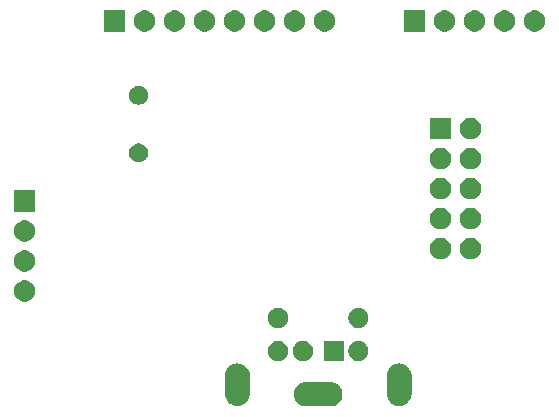
<source format=gbr>
G04 #@! TF.GenerationSoftware,KiCad,Pcbnew,(5.1.5-0-10_14)*
G04 #@! TF.CreationDate,2020-06-06T08:29:19+02:00*
G04 #@! TF.ProjectId,ps2zx,7073327a-782e-46b6-9963-61645f706362,rev?*
G04 #@! TF.SameCoordinates,Original*
G04 #@! TF.FileFunction,Soldermask,Bot*
G04 #@! TF.FilePolarity,Negative*
%FSLAX46Y46*%
G04 Gerber Fmt 4.6, Leading zero omitted, Abs format (unit mm)*
G04 Created by KiCad (PCBNEW (5.1.5-0-10_14)) date 2020-06-06 08:29:19*
%MOMM*%
%LPD*%
G04 APERTURE LIST*
%ADD10C,0.100000*%
G04 APERTURE END LIST*
D10*
G36*
X165665097Y-119444069D02*
G01*
X165768032Y-119454207D01*
X165966146Y-119514305D01*
X165966149Y-119514306D01*
X166062975Y-119566061D01*
X166148729Y-119611897D01*
X166308765Y-119743235D01*
X166440103Y-119903271D01*
X166485939Y-119989025D01*
X166537694Y-120085851D01*
X166537695Y-120085854D01*
X166597793Y-120283968D01*
X166618085Y-120490000D01*
X166597793Y-120696032D01*
X166537695Y-120894146D01*
X166537694Y-120894149D01*
X166485939Y-120990975D01*
X166440103Y-121076729D01*
X166308765Y-121236765D01*
X166148729Y-121368103D01*
X166062975Y-121413939D01*
X165966149Y-121465694D01*
X165966146Y-121465695D01*
X165768032Y-121525793D01*
X165665097Y-121535931D01*
X165613631Y-121541000D01*
X163510369Y-121541000D01*
X163458903Y-121535931D01*
X163355968Y-121525793D01*
X163157854Y-121465695D01*
X163157851Y-121465694D01*
X163061025Y-121413939D01*
X162975271Y-121368103D01*
X162815235Y-121236765D01*
X162683897Y-121076729D01*
X162638061Y-120990975D01*
X162586306Y-120894149D01*
X162586305Y-120894146D01*
X162526207Y-120696032D01*
X162505915Y-120490000D01*
X162526207Y-120283968D01*
X162586305Y-120085854D01*
X162586306Y-120085851D01*
X162638061Y-119989025D01*
X162683897Y-119903271D01*
X162815235Y-119743235D01*
X162975271Y-119611897D01*
X163061025Y-119566061D01*
X163157851Y-119514306D01*
X163157854Y-119514305D01*
X163355968Y-119454207D01*
X163458903Y-119444069D01*
X163510369Y-119439000D01*
X165613631Y-119439000D01*
X165665097Y-119444069D01*
G37*
G36*
X171618031Y-117904207D02*
G01*
X171816145Y-117964305D01*
X171816148Y-117964306D01*
X171882030Y-117999521D01*
X171998729Y-118061897D01*
X172158765Y-118193235D01*
X172290103Y-118353271D01*
X172290104Y-118353273D01*
X172387694Y-118535851D01*
X172387694Y-118535852D01*
X172387695Y-118535854D01*
X172447793Y-118733968D01*
X172463000Y-118888370D01*
X172463000Y-120491630D01*
X172447793Y-120646032D01*
X172432626Y-120696030D01*
X172387694Y-120844149D01*
X172360970Y-120894146D01*
X172290103Y-121026729D01*
X172158765Y-121186765D01*
X171998729Y-121318103D01*
X171912975Y-121363939D01*
X171816149Y-121415694D01*
X171816146Y-121415695D01*
X171618032Y-121475793D01*
X171412000Y-121496085D01*
X171205969Y-121475793D01*
X171007855Y-121415695D01*
X171007852Y-121415694D01*
X170911026Y-121363939D01*
X170825272Y-121318103D01*
X170665236Y-121186765D01*
X170533898Y-121026729D01*
X170499904Y-120963130D01*
X170436305Y-120844146D01*
X170376207Y-120646033D01*
X170361000Y-120491631D01*
X170361000Y-118888370D01*
X170376207Y-118733971D01*
X170376207Y-118733969D01*
X170436305Y-118535855D01*
X170436306Y-118535852D01*
X170471521Y-118469970D01*
X170533897Y-118353271D01*
X170665235Y-118193235D01*
X170825271Y-118061897D01*
X170911025Y-118016061D01*
X171007851Y-117964306D01*
X171007854Y-117964305D01*
X171205968Y-117904207D01*
X171412000Y-117883915D01*
X171618031Y-117904207D01*
G37*
G36*
X157918031Y-117904207D02*
G01*
X158116145Y-117964305D01*
X158116148Y-117964306D01*
X158182030Y-117999521D01*
X158298729Y-118061897D01*
X158458765Y-118193235D01*
X158590103Y-118353271D01*
X158590104Y-118353273D01*
X158687694Y-118535851D01*
X158687694Y-118535852D01*
X158687695Y-118535854D01*
X158747793Y-118733968D01*
X158763000Y-118888370D01*
X158763000Y-120491630D01*
X158747793Y-120646032D01*
X158732626Y-120696030D01*
X158687694Y-120844149D01*
X158660970Y-120894146D01*
X158590103Y-121026729D01*
X158458765Y-121186765D01*
X158298729Y-121318103D01*
X158212975Y-121363939D01*
X158116149Y-121415694D01*
X158116146Y-121415695D01*
X157918032Y-121475793D01*
X157712000Y-121496085D01*
X157505969Y-121475793D01*
X157307855Y-121415695D01*
X157307852Y-121415694D01*
X157211026Y-121363939D01*
X157125272Y-121318103D01*
X156965236Y-121186765D01*
X156833898Y-121026729D01*
X156799904Y-120963130D01*
X156736305Y-120844146D01*
X156676207Y-120646033D01*
X156661000Y-120491631D01*
X156661000Y-118888370D01*
X156676207Y-118733971D01*
X156676207Y-118733969D01*
X156736305Y-118535855D01*
X156736306Y-118535852D01*
X156771521Y-118469970D01*
X156833897Y-118353271D01*
X156965235Y-118193235D01*
X157125271Y-118061897D01*
X157211025Y-118016061D01*
X157307851Y-117964306D01*
X157307854Y-117964305D01*
X157505968Y-117904207D01*
X157712000Y-117883915D01*
X157918031Y-117904207D01*
G37*
G36*
X161410228Y-116021703D02*
G01*
X161565100Y-116085853D01*
X161704481Y-116178985D01*
X161823015Y-116297519D01*
X161916147Y-116436900D01*
X161980297Y-116591772D01*
X162013000Y-116756184D01*
X162013000Y-116923816D01*
X161980297Y-117088228D01*
X161916147Y-117243100D01*
X161823015Y-117382481D01*
X161704481Y-117501015D01*
X161565100Y-117594147D01*
X161410228Y-117658297D01*
X161245816Y-117691000D01*
X161078184Y-117691000D01*
X160913772Y-117658297D01*
X160758900Y-117594147D01*
X160619519Y-117501015D01*
X160500985Y-117382481D01*
X160407853Y-117243100D01*
X160343703Y-117088228D01*
X160311000Y-116923816D01*
X160311000Y-116756184D01*
X160343703Y-116591772D01*
X160407853Y-116436900D01*
X160500985Y-116297519D01*
X160619519Y-116178985D01*
X160758900Y-116085853D01*
X160913772Y-116021703D01*
X161078184Y-115989000D01*
X161245816Y-115989000D01*
X161410228Y-116021703D01*
G37*
G36*
X163510228Y-116021703D02*
G01*
X163665100Y-116085853D01*
X163804481Y-116178985D01*
X163923015Y-116297519D01*
X164016147Y-116436900D01*
X164080297Y-116591772D01*
X164113000Y-116756184D01*
X164113000Y-116923816D01*
X164080297Y-117088228D01*
X164016147Y-117243100D01*
X163923015Y-117382481D01*
X163804481Y-117501015D01*
X163665100Y-117594147D01*
X163510228Y-117658297D01*
X163345816Y-117691000D01*
X163178184Y-117691000D01*
X163013772Y-117658297D01*
X162858900Y-117594147D01*
X162719519Y-117501015D01*
X162600985Y-117382481D01*
X162507853Y-117243100D01*
X162443703Y-117088228D01*
X162411000Y-116923816D01*
X162411000Y-116756184D01*
X162443703Y-116591772D01*
X162507853Y-116436900D01*
X162600985Y-116297519D01*
X162719519Y-116178985D01*
X162858900Y-116085853D01*
X163013772Y-116021703D01*
X163178184Y-115989000D01*
X163345816Y-115989000D01*
X163510228Y-116021703D01*
G37*
G36*
X166713000Y-117691000D02*
G01*
X165011000Y-117691000D01*
X165011000Y-115989000D01*
X166713000Y-115989000D01*
X166713000Y-117691000D01*
G37*
G36*
X168210228Y-116021703D02*
G01*
X168365100Y-116085853D01*
X168504481Y-116178985D01*
X168623015Y-116297519D01*
X168716147Y-116436900D01*
X168780297Y-116591772D01*
X168813000Y-116756184D01*
X168813000Y-116923816D01*
X168780297Y-117088228D01*
X168716147Y-117243100D01*
X168623015Y-117382481D01*
X168504481Y-117501015D01*
X168365100Y-117594147D01*
X168210228Y-117658297D01*
X168045816Y-117691000D01*
X167878184Y-117691000D01*
X167713772Y-117658297D01*
X167558900Y-117594147D01*
X167419519Y-117501015D01*
X167300985Y-117382481D01*
X167207853Y-117243100D01*
X167143703Y-117088228D01*
X167111000Y-116923816D01*
X167111000Y-116756184D01*
X167143703Y-116591772D01*
X167207853Y-116436900D01*
X167300985Y-116297519D01*
X167419519Y-116178985D01*
X167558900Y-116085853D01*
X167713772Y-116021703D01*
X167878184Y-115989000D01*
X168045816Y-115989000D01*
X168210228Y-116021703D01*
G37*
G36*
X168210228Y-113221703D02*
G01*
X168365100Y-113285853D01*
X168504481Y-113378985D01*
X168623015Y-113497519D01*
X168716147Y-113636900D01*
X168780297Y-113791772D01*
X168813000Y-113956184D01*
X168813000Y-114123816D01*
X168780297Y-114288228D01*
X168716147Y-114443100D01*
X168623015Y-114582481D01*
X168504481Y-114701015D01*
X168365100Y-114794147D01*
X168210228Y-114858297D01*
X168045816Y-114891000D01*
X167878184Y-114891000D01*
X167713772Y-114858297D01*
X167558900Y-114794147D01*
X167419519Y-114701015D01*
X167300985Y-114582481D01*
X167207853Y-114443100D01*
X167143703Y-114288228D01*
X167111000Y-114123816D01*
X167111000Y-113956184D01*
X167143703Y-113791772D01*
X167207853Y-113636900D01*
X167300985Y-113497519D01*
X167419519Y-113378985D01*
X167558900Y-113285853D01*
X167713772Y-113221703D01*
X167878184Y-113189000D01*
X168045816Y-113189000D01*
X168210228Y-113221703D01*
G37*
G36*
X161410228Y-113221703D02*
G01*
X161565100Y-113285853D01*
X161704481Y-113378985D01*
X161823015Y-113497519D01*
X161916147Y-113636900D01*
X161980297Y-113791772D01*
X162013000Y-113956184D01*
X162013000Y-114123816D01*
X161980297Y-114288228D01*
X161916147Y-114443100D01*
X161823015Y-114582481D01*
X161704481Y-114701015D01*
X161565100Y-114794147D01*
X161410228Y-114858297D01*
X161245816Y-114891000D01*
X161078184Y-114891000D01*
X160913772Y-114858297D01*
X160758900Y-114794147D01*
X160619519Y-114701015D01*
X160500985Y-114582481D01*
X160407853Y-114443100D01*
X160343703Y-114288228D01*
X160311000Y-114123816D01*
X160311000Y-113956184D01*
X160343703Y-113791772D01*
X160407853Y-113636900D01*
X160500985Y-113497519D01*
X160619519Y-113378985D01*
X160758900Y-113285853D01*
X160913772Y-113221703D01*
X161078184Y-113189000D01*
X161245816Y-113189000D01*
X161410228Y-113221703D01*
G37*
G36*
X139813512Y-110863927D02*
G01*
X139962812Y-110893624D01*
X140126784Y-110961544D01*
X140274354Y-111060147D01*
X140399853Y-111185646D01*
X140498456Y-111333216D01*
X140566376Y-111497188D01*
X140601000Y-111671259D01*
X140601000Y-111848741D01*
X140566376Y-112022812D01*
X140498456Y-112186784D01*
X140399853Y-112334354D01*
X140274354Y-112459853D01*
X140126784Y-112558456D01*
X139962812Y-112626376D01*
X139813512Y-112656073D01*
X139788742Y-112661000D01*
X139611258Y-112661000D01*
X139586488Y-112656073D01*
X139437188Y-112626376D01*
X139273216Y-112558456D01*
X139125646Y-112459853D01*
X139000147Y-112334354D01*
X138901544Y-112186784D01*
X138833624Y-112022812D01*
X138799000Y-111848741D01*
X138799000Y-111671259D01*
X138833624Y-111497188D01*
X138901544Y-111333216D01*
X139000147Y-111185646D01*
X139125646Y-111060147D01*
X139273216Y-110961544D01*
X139437188Y-110893624D01*
X139586488Y-110863927D01*
X139611258Y-110859000D01*
X139788742Y-110859000D01*
X139813512Y-110863927D01*
G37*
G36*
X139813512Y-108323927D02*
G01*
X139962812Y-108353624D01*
X140126784Y-108421544D01*
X140274354Y-108520147D01*
X140399853Y-108645646D01*
X140498456Y-108793216D01*
X140566376Y-108957188D01*
X140601000Y-109131259D01*
X140601000Y-109308741D01*
X140566376Y-109482812D01*
X140498456Y-109646784D01*
X140399853Y-109794354D01*
X140274354Y-109919853D01*
X140126784Y-110018456D01*
X139962812Y-110086376D01*
X139813512Y-110116073D01*
X139788742Y-110121000D01*
X139611258Y-110121000D01*
X139586488Y-110116073D01*
X139437188Y-110086376D01*
X139273216Y-110018456D01*
X139125646Y-109919853D01*
X139000147Y-109794354D01*
X138901544Y-109646784D01*
X138833624Y-109482812D01*
X138799000Y-109308741D01*
X138799000Y-109131259D01*
X138833624Y-108957188D01*
X138901544Y-108793216D01*
X139000147Y-108645646D01*
X139125646Y-108520147D01*
X139273216Y-108421544D01*
X139437188Y-108353624D01*
X139586488Y-108323927D01*
X139611258Y-108319000D01*
X139788742Y-108319000D01*
X139813512Y-108323927D01*
G37*
G36*
X175030612Y-107269827D02*
G01*
X175179912Y-107299524D01*
X175343884Y-107367444D01*
X175491454Y-107466047D01*
X175616953Y-107591546D01*
X175715556Y-107739116D01*
X175783476Y-107903088D01*
X175818100Y-108077159D01*
X175818100Y-108254641D01*
X175783476Y-108428712D01*
X175715556Y-108592684D01*
X175616953Y-108740254D01*
X175491454Y-108865753D01*
X175343884Y-108964356D01*
X175179912Y-109032276D01*
X175030612Y-109061973D01*
X175005842Y-109066900D01*
X174828358Y-109066900D01*
X174803588Y-109061973D01*
X174654288Y-109032276D01*
X174490316Y-108964356D01*
X174342746Y-108865753D01*
X174217247Y-108740254D01*
X174118644Y-108592684D01*
X174050724Y-108428712D01*
X174016100Y-108254641D01*
X174016100Y-108077159D01*
X174050724Y-107903088D01*
X174118644Y-107739116D01*
X174217247Y-107591546D01*
X174342746Y-107466047D01*
X174490316Y-107367444D01*
X174654288Y-107299524D01*
X174803588Y-107269827D01*
X174828358Y-107264900D01*
X175005842Y-107264900D01*
X175030612Y-107269827D01*
G37*
G36*
X177570612Y-107269827D02*
G01*
X177719912Y-107299524D01*
X177883884Y-107367444D01*
X178031454Y-107466047D01*
X178156953Y-107591546D01*
X178255556Y-107739116D01*
X178323476Y-107903088D01*
X178358100Y-108077159D01*
X178358100Y-108254641D01*
X178323476Y-108428712D01*
X178255556Y-108592684D01*
X178156953Y-108740254D01*
X178031454Y-108865753D01*
X177883884Y-108964356D01*
X177719912Y-109032276D01*
X177570612Y-109061973D01*
X177545842Y-109066900D01*
X177368358Y-109066900D01*
X177343588Y-109061973D01*
X177194288Y-109032276D01*
X177030316Y-108964356D01*
X176882746Y-108865753D01*
X176757247Y-108740254D01*
X176658644Y-108592684D01*
X176590724Y-108428712D01*
X176556100Y-108254641D01*
X176556100Y-108077159D01*
X176590724Y-107903088D01*
X176658644Y-107739116D01*
X176757247Y-107591546D01*
X176882746Y-107466047D01*
X177030316Y-107367444D01*
X177194288Y-107299524D01*
X177343588Y-107269827D01*
X177368358Y-107264900D01*
X177545842Y-107264900D01*
X177570612Y-107269827D01*
G37*
G36*
X139813512Y-105783927D02*
G01*
X139962812Y-105813624D01*
X140126784Y-105881544D01*
X140274354Y-105980147D01*
X140399853Y-106105646D01*
X140498456Y-106253216D01*
X140566376Y-106417188D01*
X140601000Y-106591259D01*
X140601000Y-106768741D01*
X140566376Y-106942812D01*
X140498456Y-107106784D01*
X140399853Y-107254354D01*
X140274354Y-107379853D01*
X140126784Y-107478456D01*
X139962812Y-107546376D01*
X139813512Y-107576073D01*
X139788742Y-107581000D01*
X139611258Y-107581000D01*
X139586488Y-107576073D01*
X139437188Y-107546376D01*
X139273216Y-107478456D01*
X139125646Y-107379853D01*
X139000147Y-107254354D01*
X138901544Y-107106784D01*
X138833624Y-106942812D01*
X138799000Y-106768741D01*
X138799000Y-106591259D01*
X138833624Y-106417188D01*
X138901544Y-106253216D01*
X139000147Y-106105646D01*
X139125646Y-105980147D01*
X139273216Y-105881544D01*
X139437188Y-105813624D01*
X139586488Y-105783927D01*
X139611258Y-105779000D01*
X139788742Y-105779000D01*
X139813512Y-105783927D01*
G37*
G36*
X177570612Y-104729827D02*
G01*
X177719912Y-104759524D01*
X177883884Y-104827444D01*
X178031454Y-104926047D01*
X178156953Y-105051546D01*
X178255556Y-105199116D01*
X178323476Y-105363088D01*
X178358100Y-105537159D01*
X178358100Y-105714641D01*
X178323476Y-105888712D01*
X178255556Y-106052684D01*
X178156953Y-106200254D01*
X178031454Y-106325753D01*
X177883884Y-106424356D01*
X177719912Y-106492276D01*
X177570612Y-106521973D01*
X177545842Y-106526900D01*
X177368358Y-106526900D01*
X177343588Y-106521973D01*
X177194288Y-106492276D01*
X177030316Y-106424356D01*
X176882746Y-106325753D01*
X176757247Y-106200254D01*
X176658644Y-106052684D01*
X176590724Y-105888712D01*
X176556100Y-105714641D01*
X176556100Y-105537159D01*
X176590724Y-105363088D01*
X176658644Y-105199116D01*
X176757247Y-105051546D01*
X176882746Y-104926047D01*
X177030316Y-104827444D01*
X177194288Y-104759524D01*
X177343588Y-104729827D01*
X177368358Y-104724900D01*
X177545842Y-104724900D01*
X177570612Y-104729827D01*
G37*
G36*
X175030612Y-104729827D02*
G01*
X175179912Y-104759524D01*
X175343884Y-104827444D01*
X175491454Y-104926047D01*
X175616953Y-105051546D01*
X175715556Y-105199116D01*
X175783476Y-105363088D01*
X175818100Y-105537159D01*
X175818100Y-105714641D01*
X175783476Y-105888712D01*
X175715556Y-106052684D01*
X175616953Y-106200254D01*
X175491454Y-106325753D01*
X175343884Y-106424356D01*
X175179912Y-106492276D01*
X175030612Y-106521973D01*
X175005842Y-106526900D01*
X174828358Y-106526900D01*
X174803588Y-106521973D01*
X174654288Y-106492276D01*
X174490316Y-106424356D01*
X174342746Y-106325753D01*
X174217247Y-106200254D01*
X174118644Y-106052684D01*
X174050724Y-105888712D01*
X174016100Y-105714641D01*
X174016100Y-105537159D01*
X174050724Y-105363088D01*
X174118644Y-105199116D01*
X174217247Y-105051546D01*
X174342746Y-104926047D01*
X174490316Y-104827444D01*
X174654288Y-104759524D01*
X174803588Y-104729827D01*
X174828358Y-104724900D01*
X175005842Y-104724900D01*
X175030612Y-104729827D01*
G37*
G36*
X140601000Y-105041000D02*
G01*
X138799000Y-105041000D01*
X138799000Y-103239000D01*
X140601000Y-103239000D01*
X140601000Y-105041000D01*
G37*
G36*
X175030612Y-102189827D02*
G01*
X175179912Y-102219524D01*
X175343884Y-102287444D01*
X175491454Y-102386047D01*
X175616953Y-102511546D01*
X175715556Y-102659116D01*
X175783476Y-102823088D01*
X175818100Y-102997159D01*
X175818100Y-103174641D01*
X175783476Y-103348712D01*
X175715556Y-103512684D01*
X175616953Y-103660254D01*
X175491454Y-103785753D01*
X175343884Y-103884356D01*
X175179912Y-103952276D01*
X175030612Y-103981973D01*
X175005842Y-103986900D01*
X174828358Y-103986900D01*
X174803588Y-103981973D01*
X174654288Y-103952276D01*
X174490316Y-103884356D01*
X174342746Y-103785753D01*
X174217247Y-103660254D01*
X174118644Y-103512684D01*
X174050724Y-103348712D01*
X174016100Y-103174641D01*
X174016100Y-102997159D01*
X174050724Y-102823088D01*
X174118644Y-102659116D01*
X174217247Y-102511546D01*
X174342746Y-102386047D01*
X174490316Y-102287444D01*
X174654288Y-102219524D01*
X174803588Y-102189827D01*
X174828358Y-102184900D01*
X175005842Y-102184900D01*
X175030612Y-102189827D01*
G37*
G36*
X177570612Y-102189827D02*
G01*
X177719912Y-102219524D01*
X177883884Y-102287444D01*
X178031454Y-102386047D01*
X178156953Y-102511546D01*
X178255556Y-102659116D01*
X178323476Y-102823088D01*
X178358100Y-102997159D01*
X178358100Y-103174641D01*
X178323476Y-103348712D01*
X178255556Y-103512684D01*
X178156953Y-103660254D01*
X178031454Y-103785753D01*
X177883884Y-103884356D01*
X177719912Y-103952276D01*
X177570612Y-103981973D01*
X177545842Y-103986900D01*
X177368358Y-103986900D01*
X177343588Y-103981973D01*
X177194288Y-103952276D01*
X177030316Y-103884356D01*
X176882746Y-103785753D01*
X176757247Y-103660254D01*
X176658644Y-103512684D01*
X176590724Y-103348712D01*
X176556100Y-103174641D01*
X176556100Y-102997159D01*
X176590724Y-102823088D01*
X176658644Y-102659116D01*
X176757247Y-102511546D01*
X176882746Y-102386047D01*
X177030316Y-102287444D01*
X177194288Y-102219524D01*
X177343588Y-102189827D01*
X177368358Y-102184900D01*
X177545842Y-102184900D01*
X177570612Y-102189827D01*
G37*
G36*
X175030612Y-99649827D02*
G01*
X175179912Y-99679524D01*
X175343884Y-99747444D01*
X175491454Y-99846047D01*
X175616953Y-99971546D01*
X175715556Y-100119116D01*
X175783476Y-100283088D01*
X175818100Y-100457159D01*
X175818100Y-100634641D01*
X175783476Y-100808712D01*
X175715556Y-100972684D01*
X175616953Y-101120254D01*
X175491454Y-101245753D01*
X175343884Y-101344356D01*
X175179912Y-101412276D01*
X175030612Y-101441973D01*
X175005842Y-101446900D01*
X174828358Y-101446900D01*
X174803588Y-101441973D01*
X174654288Y-101412276D01*
X174490316Y-101344356D01*
X174342746Y-101245753D01*
X174217247Y-101120254D01*
X174118644Y-100972684D01*
X174050724Y-100808712D01*
X174016100Y-100634641D01*
X174016100Y-100457159D01*
X174050724Y-100283088D01*
X174118644Y-100119116D01*
X174217247Y-99971546D01*
X174342746Y-99846047D01*
X174490316Y-99747444D01*
X174654288Y-99679524D01*
X174803588Y-99649827D01*
X174828358Y-99644900D01*
X175005842Y-99644900D01*
X175030612Y-99649827D01*
G37*
G36*
X177570612Y-99649827D02*
G01*
X177719912Y-99679524D01*
X177883884Y-99747444D01*
X178031454Y-99846047D01*
X178156953Y-99971546D01*
X178255556Y-100119116D01*
X178323476Y-100283088D01*
X178358100Y-100457159D01*
X178358100Y-100634641D01*
X178323476Y-100808712D01*
X178255556Y-100972684D01*
X178156953Y-101120254D01*
X178031454Y-101245753D01*
X177883884Y-101344356D01*
X177719912Y-101412276D01*
X177570612Y-101441973D01*
X177545842Y-101446900D01*
X177368358Y-101446900D01*
X177343588Y-101441973D01*
X177194288Y-101412276D01*
X177030316Y-101344356D01*
X176882746Y-101245753D01*
X176757247Y-101120254D01*
X176658644Y-100972684D01*
X176590724Y-100808712D01*
X176556100Y-100634641D01*
X176556100Y-100457159D01*
X176590724Y-100283088D01*
X176658644Y-100119116D01*
X176757247Y-99971546D01*
X176882746Y-99846047D01*
X177030316Y-99747444D01*
X177194288Y-99679524D01*
X177343588Y-99649827D01*
X177368358Y-99644900D01*
X177545842Y-99644900D01*
X177570612Y-99649827D01*
G37*
G36*
X149585642Y-99305781D02*
G01*
X149731414Y-99366162D01*
X149731416Y-99366163D01*
X149862608Y-99453822D01*
X149974178Y-99565392D01*
X150061837Y-99696584D01*
X150061838Y-99696586D01*
X150122219Y-99842358D01*
X150153000Y-99997107D01*
X150153000Y-100154893D01*
X150122219Y-100309642D01*
X150061838Y-100455414D01*
X150061837Y-100455416D01*
X149974178Y-100586608D01*
X149862608Y-100698178D01*
X149731416Y-100785837D01*
X149731415Y-100785838D01*
X149731414Y-100785838D01*
X149585642Y-100846219D01*
X149430893Y-100877000D01*
X149273107Y-100877000D01*
X149118358Y-100846219D01*
X148972586Y-100785838D01*
X148972585Y-100785838D01*
X148972584Y-100785837D01*
X148841392Y-100698178D01*
X148729822Y-100586608D01*
X148642163Y-100455416D01*
X148642162Y-100455414D01*
X148581781Y-100309642D01*
X148551000Y-100154893D01*
X148551000Y-99997107D01*
X148581781Y-99842358D01*
X148642162Y-99696586D01*
X148642163Y-99696584D01*
X148729822Y-99565392D01*
X148841392Y-99453822D01*
X148972584Y-99366163D01*
X148972586Y-99366162D01*
X149118358Y-99305781D01*
X149273107Y-99275000D01*
X149430893Y-99275000D01*
X149585642Y-99305781D01*
G37*
G36*
X175818100Y-98906900D02*
G01*
X174016100Y-98906900D01*
X174016100Y-97104900D01*
X175818100Y-97104900D01*
X175818100Y-98906900D01*
G37*
G36*
X177570612Y-97109827D02*
G01*
X177719912Y-97139524D01*
X177883884Y-97207444D01*
X178031454Y-97306047D01*
X178156953Y-97431546D01*
X178255556Y-97579116D01*
X178323476Y-97743088D01*
X178358100Y-97917159D01*
X178358100Y-98094641D01*
X178323476Y-98268712D01*
X178255556Y-98432684D01*
X178156953Y-98580254D01*
X178031454Y-98705753D01*
X177883884Y-98804356D01*
X177719912Y-98872276D01*
X177570612Y-98901973D01*
X177545842Y-98906900D01*
X177368358Y-98906900D01*
X177343588Y-98901973D01*
X177194288Y-98872276D01*
X177030316Y-98804356D01*
X176882746Y-98705753D01*
X176757247Y-98580254D01*
X176658644Y-98432684D01*
X176590724Y-98268712D01*
X176556100Y-98094641D01*
X176556100Y-97917159D01*
X176590724Y-97743088D01*
X176658644Y-97579116D01*
X176757247Y-97431546D01*
X176882746Y-97306047D01*
X177030316Y-97207444D01*
X177194288Y-97139524D01*
X177343588Y-97109827D01*
X177368358Y-97104900D01*
X177545842Y-97104900D01*
X177570612Y-97109827D01*
G37*
G36*
X149585642Y-94425781D02*
G01*
X149731414Y-94486162D01*
X149731416Y-94486163D01*
X149862608Y-94573822D01*
X149974178Y-94685392D01*
X150061837Y-94816584D01*
X150061838Y-94816586D01*
X150122219Y-94962358D01*
X150153000Y-95117107D01*
X150153000Y-95274893D01*
X150122219Y-95429642D01*
X150061838Y-95575414D01*
X150061837Y-95575416D01*
X149974178Y-95706608D01*
X149862608Y-95818178D01*
X149731416Y-95905837D01*
X149731415Y-95905838D01*
X149731414Y-95905838D01*
X149585642Y-95966219D01*
X149430893Y-95997000D01*
X149273107Y-95997000D01*
X149118358Y-95966219D01*
X148972586Y-95905838D01*
X148972585Y-95905838D01*
X148972584Y-95905837D01*
X148841392Y-95818178D01*
X148729822Y-95706608D01*
X148642163Y-95575416D01*
X148642162Y-95575414D01*
X148581781Y-95429642D01*
X148551000Y-95274893D01*
X148551000Y-95117107D01*
X148581781Y-94962358D01*
X148642162Y-94816586D01*
X148642163Y-94816584D01*
X148729822Y-94685392D01*
X148841392Y-94573822D01*
X148972584Y-94486163D01*
X148972586Y-94486162D01*
X149118358Y-94425781D01*
X149273107Y-94395000D01*
X149430893Y-94395000D01*
X149585642Y-94425781D01*
G37*
G36*
X148221000Y-89801000D02*
G01*
X146419000Y-89801000D01*
X146419000Y-87999000D01*
X148221000Y-87999000D01*
X148221000Y-89801000D01*
G37*
G36*
X149973512Y-88003927D02*
G01*
X150122812Y-88033624D01*
X150286784Y-88101544D01*
X150434354Y-88200147D01*
X150559853Y-88325646D01*
X150658456Y-88473216D01*
X150726376Y-88637188D01*
X150761000Y-88811259D01*
X150761000Y-88988741D01*
X150726376Y-89162812D01*
X150658456Y-89326784D01*
X150559853Y-89474354D01*
X150434354Y-89599853D01*
X150286784Y-89698456D01*
X150122812Y-89766376D01*
X149973512Y-89796073D01*
X149948742Y-89801000D01*
X149771258Y-89801000D01*
X149746488Y-89796073D01*
X149597188Y-89766376D01*
X149433216Y-89698456D01*
X149285646Y-89599853D01*
X149160147Y-89474354D01*
X149061544Y-89326784D01*
X148993624Y-89162812D01*
X148959000Y-88988741D01*
X148959000Y-88811259D01*
X148993624Y-88637188D01*
X149061544Y-88473216D01*
X149160147Y-88325646D01*
X149285646Y-88200147D01*
X149433216Y-88101544D01*
X149597188Y-88033624D01*
X149746488Y-88003927D01*
X149771258Y-87999000D01*
X149948742Y-87999000D01*
X149973512Y-88003927D01*
G37*
G36*
X152513512Y-88003927D02*
G01*
X152662812Y-88033624D01*
X152826784Y-88101544D01*
X152974354Y-88200147D01*
X153099853Y-88325646D01*
X153198456Y-88473216D01*
X153266376Y-88637188D01*
X153301000Y-88811259D01*
X153301000Y-88988741D01*
X153266376Y-89162812D01*
X153198456Y-89326784D01*
X153099853Y-89474354D01*
X152974354Y-89599853D01*
X152826784Y-89698456D01*
X152662812Y-89766376D01*
X152513512Y-89796073D01*
X152488742Y-89801000D01*
X152311258Y-89801000D01*
X152286488Y-89796073D01*
X152137188Y-89766376D01*
X151973216Y-89698456D01*
X151825646Y-89599853D01*
X151700147Y-89474354D01*
X151601544Y-89326784D01*
X151533624Y-89162812D01*
X151499000Y-88988741D01*
X151499000Y-88811259D01*
X151533624Y-88637188D01*
X151601544Y-88473216D01*
X151700147Y-88325646D01*
X151825646Y-88200147D01*
X151973216Y-88101544D01*
X152137188Y-88033624D01*
X152286488Y-88003927D01*
X152311258Y-87999000D01*
X152488742Y-87999000D01*
X152513512Y-88003927D01*
G37*
G36*
X155053512Y-88003927D02*
G01*
X155202812Y-88033624D01*
X155366784Y-88101544D01*
X155514354Y-88200147D01*
X155639853Y-88325646D01*
X155738456Y-88473216D01*
X155806376Y-88637188D01*
X155841000Y-88811259D01*
X155841000Y-88988741D01*
X155806376Y-89162812D01*
X155738456Y-89326784D01*
X155639853Y-89474354D01*
X155514354Y-89599853D01*
X155366784Y-89698456D01*
X155202812Y-89766376D01*
X155053512Y-89796073D01*
X155028742Y-89801000D01*
X154851258Y-89801000D01*
X154826488Y-89796073D01*
X154677188Y-89766376D01*
X154513216Y-89698456D01*
X154365646Y-89599853D01*
X154240147Y-89474354D01*
X154141544Y-89326784D01*
X154073624Y-89162812D01*
X154039000Y-88988741D01*
X154039000Y-88811259D01*
X154073624Y-88637188D01*
X154141544Y-88473216D01*
X154240147Y-88325646D01*
X154365646Y-88200147D01*
X154513216Y-88101544D01*
X154677188Y-88033624D01*
X154826488Y-88003927D01*
X154851258Y-87999000D01*
X155028742Y-87999000D01*
X155053512Y-88003927D01*
G37*
G36*
X157593512Y-88003927D02*
G01*
X157742812Y-88033624D01*
X157906784Y-88101544D01*
X158054354Y-88200147D01*
X158179853Y-88325646D01*
X158278456Y-88473216D01*
X158346376Y-88637188D01*
X158381000Y-88811259D01*
X158381000Y-88988741D01*
X158346376Y-89162812D01*
X158278456Y-89326784D01*
X158179853Y-89474354D01*
X158054354Y-89599853D01*
X157906784Y-89698456D01*
X157742812Y-89766376D01*
X157593512Y-89796073D01*
X157568742Y-89801000D01*
X157391258Y-89801000D01*
X157366488Y-89796073D01*
X157217188Y-89766376D01*
X157053216Y-89698456D01*
X156905646Y-89599853D01*
X156780147Y-89474354D01*
X156681544Y-89326784D01*
X156613624Y-89162812D01*
X156579000Y-88988741D01*
X156579000Y-88811259D01*
X156613624Y-88637188D01*
X156681544Y-88473216D01*
X156780147Y-88325646D01*
X156905646Y-88200147D01*
X157053216Y-88101544D01*
X157217188Y-88033624D01*
X157366488Y-88003927D01*
X157391258Y-87999000D01*
X157568742Y-87999000D01*
X157593512Y-88003927D01*
G37*
G36*
X160133512Y-88003927D02*
G01*
X160282812Y-88033624D01*
X160446784Y-88101544D01*
X160594354Y-88200147D01*
X160719853Y-88325646D01*
X160818456Y-88473216D01*
X160886376Y-88637188D01*
X160921000Y-88811259D01*
X160921000Y-88988741D01*
X160886376Y-89162812D01*
X160818456Y-89326784D01*
X160719853Y-89474354D01*
X160594354Y-89599853D01*
X160446784Y-89698456D01*
X160282812Y-89766376D01*
X160133512Y-89796073D01*
X160108742Y-89801000D01*
X159931258Y-89801000D01*
X159906488Y-89796073D01*
X159757188Y-89766376D01*
X159593216Y-89698456D01*
X159445646Y-89599853D01*
X159320147Y-89474354D01*
X159221544Y-89326784D01*
X159153624Y-89162812D01*
X159119000Y-88988741D01*
X159119000Y-88811259D01*
X159153624Y-88637188D01*
X159221544Y-88473216D01*
X159320147Y-88325646D01*
X159445646Y-88200147D01*
X159593216Y-88101544D01*
X159757188Y-88033624D01*
X159906488Y-88003927D01*
X159931258Y-87999000D01*
X160108742Y-87999000D01*
X160133512Y-88003927D01*
G37*
G36*
X162673512Y-88003927D02*
G01*
X162822812Y-88033624D01*
X162986784Y-88101544D01*
X163134354Y-88200147D01*
X163259853Y-88325646D01*
X163358456Y-88473216D01*
X163426376Y-88637188D01*
X163461000Y-88811259D01*
X163461000Y-88988741D01*
X163426376Y-89162812D01*
X163358456Y-89326784D01*
X163259853Y-89474354D01*
X163134354Y-89599853D01*
X162986784Y-89698456D01*
X162822812Y-89766376D01*
X162673512Y-89796073D01*
X162648742Y-89801000D01*
X162471258Y-89801000D01*
X162446488Y-89796073D01*
X162297188Y-89766376D01*
X162133216Y-89698456D01*
X161985646Y-89599853D01*
X161860147Y-89474354D01*
X161761544Y-89326784D01*
X161693624Y-89162812D01*
X161659000Y-88988741D01*
X161659000Y-88811259D01*
X161693624Y-88637188D01*
X161761544Y-88473216D01*
X161860147Y-88325646D01*
X161985646Y-88200147D01*
X162133216Y-88101544D01*
X162297188Y-88033624D01*
X162446488Y-88003927D01*
X162471258Y-87999000D01*
X162648742Y-87999000D01*
X162673512Y-88003927D01*
G37*
G36*
X165213512Y-88003927D02*
G01*
X165362812Y-88033624D01*
X165526784Y-88101544D01*
X165674354Y-88200147D01*
X165799853Y-88325646D01*
X165898456Y-88473216D01*
X165966376Y-88637188D01*
X166001000Y-88811259D01*
X166001000Y-88988741D01*
X165966376Y-89162812D01*
X165898456Y-89326784D01*
X165799853Y-89474354D01*
X165674354Y-89599853D01*
X165526784Y-89698456D01*
X165362812Y-89766376D01*
X165213512Y-89796073D01*
X165188742Y-89801000D01*
X165011258Y-89801000D01*
X164986488Y-89796073D01*
X164837188Y-89766376D01*
X164673216Y-89698456D01*
X164525646Y-89599853D01*
X164400147Y-89474354D01*
X164301544Y-89326784D01*
X164233624Y-89162812D01*
X164199000Y-88988741D01*
X164199000Y-88811259D01*
X164233624Y-88637188D01*
X164301544Y-88473216D01*
X164400147Y-88325646D01*
X164525646Y-88200147D01*
X164673216Y-88101544D01*
X164837188Y-88033624D01*
X164986488Y-88003927D01*
X165011258Y-87999000D01*
X165188742Y-87999000D01*
X165213512Y-88003927D01*
G37*
G36*
X173621000Y-89801000D02*
G01*
X171819000Y-89801000D01*
X171819000Y-87999000D01*
X173621000Y-87999000D01*
X173621000Y-89801000D01*
G37*
G36*
X175373512Y-88003927D02*
G01*
X175522812Y-88033624D01*
X175686784Y-88101544D01*
X175834354Y-88200147D01*
X175959853Y-88325646D01*
X176058456Y-88473216D01*
X176126376Y-88637188D01*
X176161000Y-88811259D01*
X176161000Y-88988741D01*
X176126376Y-89162812D01*
X176058456Y-89326784D01*
X175959853Y-89474354D01*
X175834354Y-89599853D01*
X175686784Y-89698456D01*
X175522812Y-89766376D01*
X175373512Y-89796073D01*
X175348742Y-89801000D01*
X175171258Y-89801000D01*
X175146488Y-89796073D01*
X174997188Y-89766376D01*
X174833216Y-89698456D01*
X174685646Y-89599853D01*
X174560147Y-89474354D01*
X174461544Y-89326784D01*
X174393624Y-89162812D01*
X174359000Y-88988741D01*
X174359000Y-88811259D01*
X174393624Y-88637188D01*
X174461544Y-88473216D01*
X174560147Y-88325646D01*
X174685646Y-88200147D01*
X174833216Y-88101544D01*
X174997188Y-88033624D01*
X175146488Y-88003927D01*
X175171258Y-87999000D01*
X175348742Y-87999000D01*
X175373512Y-88003927D01*
G37*
G36*
X177913512Y-88003927D02*
G01*
X178062812Y-88033624D01*
X178226784Y-88101544D01*
X178374354Y-88200147D01*
X178499853Y-88325646D01*
X178598456Y-88473216D01*
X178666376Y-88637188D01*
X178701000Y-88811259D01*
X178701000Y-88988741D01*
X178666376Y-89162812D01*
X178598456Y-89326784D01*
X178499853Y-89474354D01*
X178374354Y-89599853D01*
X178226784Y-89698456D01*
X178062812Y-89766376D01*
X177913512Y-89796073D01*
X177888742Y-89801000D01*
X177711258Y-89801000D01*
X177686488Y-89796073D01*
X177537188Y-89766376D01*
X177373216Y-89698456D01*
X177225646Y-89599853D01*
X177100147Y-89474354D01*
X177001544Y-89326784D01*
X176933624Y-89162812D01*
X176899000Y-88988741D01*
X176899000Y-88811259D01*
X176933624Y-88637188D01*
X177001544Y-88473216D01*
X177100147Y-88325646D01*
X177225646Y-88200147D01*
X177373216Y-88101544D01*
X177537188Y-88033624D01*
X177686488Y-88003927D01*
X177711258Y-87999000D01*
X177888742Y-87999000D01*
X177913512Y-88003927D01*
G37*
G36*
X180453512Y-88003927D02*
G01*
X180602812Y-88033624D01*
X180766784Y-88101544D01*
X180914354Y-88200147D01*
X181039853Y-88325646D01*
X181138456Y-88473216D01*
X181206376Y-88637188D01*
X181241000Y-88811259D01*
X181241000Y-88988741D01*
X181206376Y-89162812D01*
X181138456Y-89326784D01*
X181039853Y-89474354D01*
X180914354Y-89599853D01*
X180766784Y-89698456D01*
X180602812Y-89766376D01*
X180453512Y-89796073D01*
X180428742Y-89801000D01*
X180251258Y-89801000D01*
X180226488Y-89796073D01*
X180077188Y-89766376D01*
X179913216Y-89698456D01*
X179765646Y-89599853D01*
X179640147Y-89474354D01*
X179541544Y-89326784D01*
X179473624Y-89162812D01*
X179439000Y-88988741D01*
X179439000Y-88811259D01*
X179473624Y-88637188D01*
X179541544Y-88473216D01*
X179640147Y-88325646D01*
X179765646Y-88200147D01*
X179913216Y-88101544D01*
X180077188Y-88033624D01*
X180226488Y-88003927D01*
X180251258Y-87999000D01*
X180428742Y-87999000D01*
X180453512Y-88003927D01*
G37*
G36*
X182993512Y-88003927D02*
G01*
X183142812Y-88033624D01*
X183306784Y-88101544D01*
X183454354Y-88200147D01*
X183579853Y-88325646D01*
X183678456Y-88473216D01*
X183746376Y-88637188D01*
X183781000Y-88811259D01*
X183781000Y-88988741D01*
X183746376Y-89162812D01*
X183678456Y-89326784D01*
X183579853Y-89474354D01*
X183454354Y-89599853D01*
X183306784Y-89698456D01*
X183142812Y-89766376D01*
X182993512Y-89796073D01*
X182968742Y-89801000D01*
X182791258Y-89801000D01*
X182766488Y-89796073D01*
X182617188Y-89766376D01*
X182453216Y-89698456D01*
X182305646Y-89599853D01*
X182180147Y-89474354D01*
X182081544Y-89326784D01*
X182013624Y-89162812D01*
X181979000Y-88988741D01*
X181979000Y-88811259D01*
X182013624Y-88637188D01*
X182081544Y-88473216D01*
X182180147Y-88325646D01*
X182305646Y-88200147D01*
X182453216Y-88101544D01*
X182617188Y-88033624D01*
X182766488Y-88003927D01*
X182791258Y-87999000D01*
X182968742Y-87999000D01*
X182993512Y-88003927D01*
G37*
M02*

</source>
